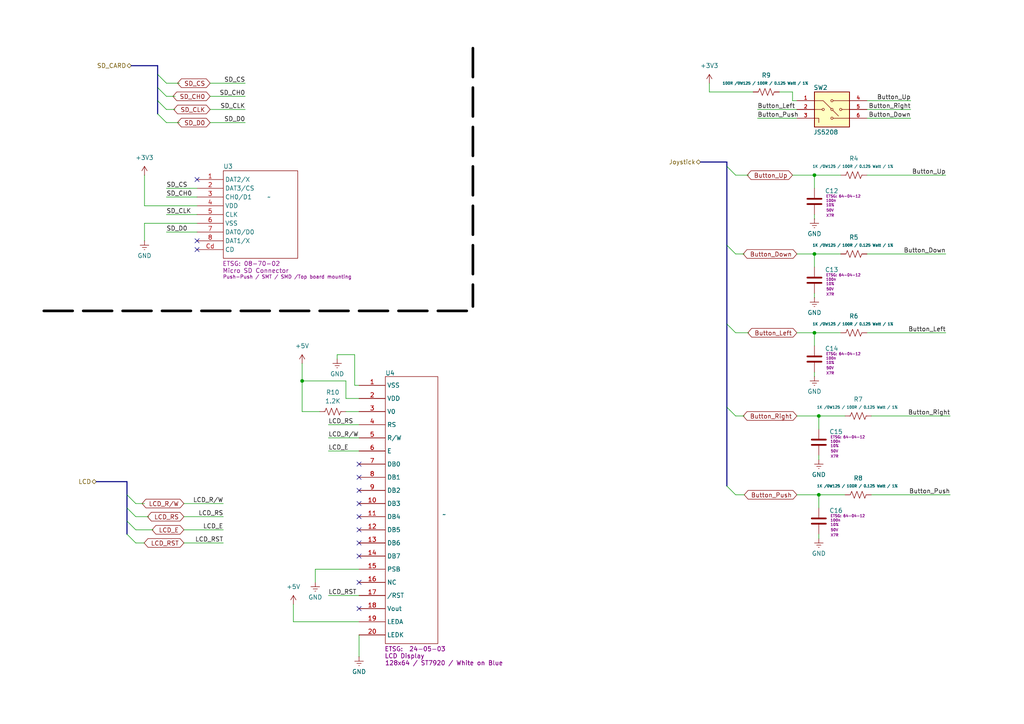
<source format=kicad_sch>
(kicad_sch (version 20250114) (generator "eeschema") (generator_version "9.0")
  (paper "A4")
  (lib_symbols
    (symbol "Device:C" (pin_numbers (hide yes)) (pin_names (offset 0.254))
      (property "Reference" "C" (at 0.635 2.54 0))
      (property "Value" "C" (at 0.635 -2.54 0))
      (symbol "C_0_1"
        (polyline (pts (xy -2.032 0.762) (xy 2.032 0.762)) (stroke (width 0.508)))
        (polyline (pts (xy -2.032 -0.762) (xy 2.032 -0.762)) (stroke (width 0.508)))
      )
      (symbol "C_1_1"
        (pin passive line (at 0 3.81 270) (length 2.794) (name "~") (number "1"))
        (pin passive line (at 0 -3.81 90) (length 2.794) (name "~") (number "2"))
      )
    )
    (symbol "Device:R_US" (pin_numbers (hide yes)) (pin_names (offset 0))
      (property "Reference" "R" (at 2.54 0 90))
      (property "Value" "R_US" (at -2.54 0 90))
      (symbol "R_US_0_1"
        (polyline (pts (xy 0 2.286) (xy 0 2.54)))
        (polyline (pts (xy 0 2.286) (xy 1.016 1.905) (xy 0 1.524) (xy -1.016 1.143) (xy 0 0.762)))
        (polyline (pts (xy 0 0.762) (xy 1.016 0.381) (xy 0 0) (xy -1.016 -0.381) (xy 0 -0.762)))
        (polyline (pts (xy 0 -0.762) (xy 1.016 -1.143) (xy 0 -1.524) (xy -1.016 -1.905) (xy 0 -2.286)))
        (polyline (pts (xy 0 -2.286) (xy 0 -2.54)))
      )
      (symbol "R_US_1_1"
        (pin passive line (at 0 3.81 270) (length 1.27) (name "~") (number "1"))
        (pin passive line (at 0 -3.81 90) (length 1.27) (name "~") (number "2"))
      )
    )
    (symbol "Earr_loggy_sym_lib:ERM12864-6"
      (property "Reference" "U4" (at 13.97 -9.144 0))
      (property "Value" "~" (at 30.48 -50.165 0))
      (property "Description" "LCD Display" (at 19.558 -91.186 0))
      (property "Field6" "ETSG:  24-05-03" (at 22.606 -89.154 0))
      (property "Field5" "128x64 / ST7920 / White on Blue" (at 30.988 -93.218 0))
      (symbol "ERM12864-6_0_1"
        (rectangle (start 13.97 -10.16) (end 29.21 -87.63))
      )
      (symbol "ERM12864-6_1_1"
        (pin power_in line (at 6.35 -12.7 0) (length 7.62) (name "VSS") (number "1"))
        (pin passive line (at 6.35 -16.51 0) (length 7.62) (name "VDD") (number "2"))
        (pin power_in line (at 6.35 -20.32 0) (length 7.62) (name "V0") (number "3"))
        (pin passive line (at 6.35 -24.13 0) (length 7.62) (name "RS") (number "4"))
        (pin passive line (at 6.35 -27.94 0) (length 7.62) (name "R/W") (number "5"))
        (pin passive line (at 6.35 -31.75 0) (length 7.62) (name "E") (number "6"))
        (pin passive line (at 6.35 -35.56 0) (length 7.62) (name "DB0") (number "7"))
        (pin passive line (at 6.35 -39.37 0) (length 7.62) (name "DB1") (number "8"))
        (pin passive line (at 6.35 -43.18 0) (length 7.62) (name "DB2") (number "9"))
        (pin passive line (at 6.35 -46.99 0) (length 7.62) (name "DB3") (number "10"))
        (pin passive line (at 6.35 -50.8 0) (length 7.62) (name "DB4") (number "11"))
        (pin passive line (at 6.35 -54.61 0) (length 7.62) (name "DB5") (number "12"))
        (pin passive line (at 6.35 -58.42 0) (length 7.62) (name "DB6") (number "13"))
        (pin passive line (at 6.35 -62.23 0) (length 7.62) (name "DB7") (number "14"))
        (pin passive line (at 6.35 -66.04 0) (length 7.62) (name "PSB") (number "15"))
        (pin passive line (at 6.35 -69.85 0) (length 7.62) (name "NC") (number "16"))
        (pin passive line (at 6.35 -73.66 0) (length 7.62) (name "/RST") (number "17"))
        (pin passive line (at 6.35 -77.47 0) (length 7.62) (name "Vout") (number "18"))
        (pin passive line (at 6.35 -81.28 0) (length 7.62) (name "LEDA") (number "19"))
        (pin passive line (at 6.35 -85.09 0) (length 7.62) (name "LEDK") (number "20"))
      )
    )
    (symbol "Earr_loggy_sym_lib:JS5208" (pin_names (offset 1.016))
      (property "Reference" "S" (at -5.08 6.35 0))
      (property "Value" "JS5208" (at -5.08 -7.62 0))
      (symbol "JS5208_0_0"
        (polyline (pts (xy -5.08 2.54) (xy -2.54 2.54)) (stroke (width 0.1524)))
        (polyline (pts (xy -5.08 0) (xy -2.921 0)) (stroke (width 0.1524)))
        (polyline (pts (xy -5.08 -2.54) (xy -3.81 -2.54)) (stroke (width 0.1524)))
        (rectangle (start -5.08 -5.08) (end 5.08 5.08) (stroke (width 0.254)) (fill (type background)))
        (polyline (pts (xy -3.81 -2.54) (xy -3.81 -3.81)) (stroke (width 0.1524)))
        (polyline (pts (xy -2.54 2.54) (xy -0.254 0.254)) (stroke (width 0.1524)))
        (circle (center -2.54 0) (radius 0.3302) (stroke (width 0.1524)))
        (circle (center 0 2.54) (radius 0.3302) (stroke (width 0.1524)))
        (circle (center 0 0) (radius 0.3302) (stroke (width 0.1524)))
        (circle (center 0 -2.54) (radius 0.3302) (stroke (width 0.1524)))
        (polyline (pts (xy 0.254 -0.254) (xy 1.905 -1.905)) (stroke (width 0.1524)))
        (polyline (pts (xy 0.381 2.54) (xy 5.08 2.54)) (stroke (width 0.1524)))
        (polyline (pts (xy 0.381 -2.54) (xy 5.08 -2.54)) (stroke (width 0.1524)))
        (circle (center 2.54 0) (radius 0.3302) (stroke (width 0.1524)))
        (polyline (pts (xy 2.921 0) (xy 5.08 0)) (stroke (width 0.1524)))
        (pin passive line (at -10.16 2.54 0) (length 5.08) (name "~") (number "1"))
        (pin passive line (at -10.16 0 0) (length 5.08) (name "~") (number "2"))
        (pin passive line (at -10.16 -2.54 0) (length 5.08) (name "~") (number "3"))
        (pin passive line (at 10.16 2.54 180) (length 5.08) (name "~") (number "4"))
        (pin passive line (at 10.16 0 180) (length 5.08) (name "~") (number "5"))
        (pin passive line (at 10.16 -2.54 180) (length 5.08) (name "~") (number "6"))
      )
    )
    (symbol "Earr_loggy_sym_lib:SD_CARD"
      (property "Reference" "U3" (at 15.24 -5.08 0))
      (property "Value" "~" (at 27.94 -13.97 0))
      (property "Description" "ETSG: 08-70-02" (at 23.368 -33.274 0))
      (property "Field 5" "Micro SD Connector" (at 24.638 -35.306 0))
      (property "Field6" "Push-Push / SMT / SMD /Top board mounting" (at 33.782 -37.084 0))
      (symbol "SD_CARD_0_1"
        (rectangle (start 15.24 -6.35) (end 36.83 -31.75))
      )
      (symbol "SD_CARD_1_1"
        (pin passive line (at 7.62 -8.89 0) (length 7.62) (name "DAT2/X") (number "1"))
        (pin passive line (at 7.62 -11.43 0) (length 7.62) (name "DAT3/CS") (number "2"))
        (pin passive line (at 7.62 -13.97 0) (length 7.62) (name "CH0/D1") (number "3"))
        (pin passive line (at 7.62 -16.51 0) (length 7.62) (name "VDD") (number "4"))
        (pin passive line (at 7.62 -19.05 0) (length 7.62) (name "CLK") (number "5"))
        (pin passive line (at 7.62 -21.59 0) (length 7.62) (name "VSS") (number "6"))
        (pin passive line (at 7.62 -24.13 0) (length 7.62) (name "DAT0/D0") (number "7"))
        (pin passive line (at 7.62 -26.67 0) (length 7.62) (name "DAT1/X") (number "8"))
        (pin passive line (at 7.62 -29.21 0) (length 7.62) (name "CD") (number "Cd"))
      )
    )
    (symbol "power:+3V3" (power) (pin_numbers (hide yes)) (pin_names (offset 0) (hide yes))
      (property "Value" "+3V3" (at 0 3.556 0))
      (symbol "+3V3_0_1"
        (polyline (pts (xy -0.762 1.27) (xy 0 2.54)))
        (polyline (pts (xy 0 2.54) (xy 0.762 1.27)))
        (polyline (pts (xy 0 0) (xy 0 2.54)))
      )
      (symbol "+3V3_1_1"
        (pin power_in line (at 0 0 90) (length 0) (name "~") (number "1"))
      )
    )
    (symbol "power:+5V" (power) (pin_numbers (hide yes)) (pin_names (offset 0) (hide yes))
      (property "Value" "+5V" (at 0 3.556 0))
      (symbol "+5V_0_1"
        (polyline (pts (xy -0.762 1.27) (xy 0 2.54)))
        (polyline (pts (xy 0 2.54) (xy 0.762 1.27)))
        (polyline (pts (xy 0 0) (xy 0 2.54)))
      )
      (symbol "+5V_1_1"
        (pin power_in line (at 0 0 90) (length 0) (name "~") (number "1"))
      )
    )
    (symbol "power:Earth" (power) (pin_numbers (hide yes)) (pin_names (offset 0) (hide yes))
      (property "Value" "Earth" (at 0 -3.81 0))
      (symbol "Earth_0_1"
        (polyline (pts (xy -0.635 -1.905) (xy 0.635 -1.905)))
        (polyline (pts (xy -0.127 -2.54) (xy 0.127 -2.54)))
        (polyline (pts (xy 0 -1.27) (xy 0 0)))
        (polyline (pts (xy 1.27 -1.27) (xy -1.27 -1.27)))
      )
      (symbol "Earth_1_1"
        (pin power_in line (at 0 0 270) (length 0) (name "~") (number "1"))
      )
    )
  )
  (junction (at 236.22 50.8))
  (junction (at 237.49 120.65))
  (junction (at 236.22 73.66))
  (junction (at 236.22 96.52))
  (junction (at 87.63 110.49))
  (junction (at 237.49 143.51))
  (no_connect (at 57.15 69.85))
  (no_connect (at 104.14 134.62))
  (no_connect (at 104.14 176.53))
  (no_connect (at 57.15 52.07))
  (no_connect (at 104.14 153.67))
  (no_connect (at 104.14 138.43))
  (no_connect (at 104.14 168.91))
  (no_connect (at 104.14 157.48))
  (no_connect (at 104.14 142.24))
  (no_connect (at 104.14 149.86))
  (no_connect (at 104.14 161.29))
  (no_connect (at 57.15 72.39))
  (no_connect (at 104.14 146.05))
  (bus_entry (at 210.82 140.97) (size 2.54 2.54))
  (bus_entry (at 36.83 143.51) (size 2.54 2.54))
  (bus_entry (at 210.82 118.11) (size 2.54 2.54))
  (bus_entry (at 45.72 25.4) (size 2.54 2.54))
  (bus_entry (at 36.83 151.13) (size 2.54 2.54))
  (bus_entry (at 210.82 48.26) (size 2.54 2.54))
  (bus_entry (at 36.83 154.94) (size 2.54 2.54))
  (bus_entry (at 45.72 29.21) (size 2.54 2.54))
  (bus_entry (at 210.82 93.98) (size 2.54 2.54))
  (bus_entry (at 45.72 21.59) (size 2.54 2.54))
  (bus_entry (at 45.72 33.02) (size 2.54 2.54))
  (bus_entry (at 210.82 71.12) (size 2.54 2.54))
  (bus_entry (at 36.83 147.32) (size 2.54 2.54))
  (wire (pts (xy 87.63 105.41) (xy 87.63 110.49)))
  (bus (pts (xy 210.82 71.12) (xy 210.82 93.98)))
  (wire (pts (xy 251.46 31.75) (xy 264.16 31.75)))
  (wire (pts (xy 219.71 34.29) (xy 231.14 34.29)))
  (bus (pts (xy 210.82 71.12) (xy 210.82 48.26)))
  (wire (pts (xy 231.14 120.65) (xy 237.49 120.65)))
  (wire (pts (xy 236.22 73.66) (xy 243.84 73.66)))
  (bus (pts (xy 210.82 140.97) (xy 210.82 118.11)))
  (wire (pts (xy 53.34 153.67) (xy 64.77 153.67)))
  (wire (pts (xy 229.87 29.21) (xy 231.14 29.21)))
  (wire (pts (xy 237.49 120.65) (xy 237.49 124.46)))
  (bus (pts (xy 36.83 154.94) (xy 36.83 151.13)))
  (wire (pts (xy 48.26 62.23) (xy 57.15 62.23)))
  (wire (pts (xy 97.79 102.87) (xy 97.79 104.14)))
  (wire (pts (xy 213.36 50.8) (xy 217.17 50.8)))
  (bus (pts (xy 210.82 46.99) (xy 203.2 46.99)))
  (bus (pts (xy 210.82 93.98) (xy 210.82 118.11)))
  (wire (pts (xy 95.25 172.72) (xy 104.14 172.72)))
  (wire (pts (xy 251.46 96.52) (xy 274.32 96.52)))
  (wire (pts (xy 39.37 149.86) (xy 43.18 149.86)))
  (wire (pts (xy 226.06 26.67) (xy 229.87 26.67)))
  (polyline (pts (xy 137.16 13.97) (xy 137.16 88.9)) (stroke (width 0.762) (type dash) (color 0 0 0 1)))
  (wire (pts (xy 252.73 143.51) (xy 275.59 143.51)))
  (wire (pts (xy 95.25 123.19) (xy 104.14 123.19)))
  (wire (pts (xy 48.26 27.94) (xy 50.8 27.94)))
  (wire (pts (xy 87.63 110.49) (xy 100.33 110.49)))
  (wire (pts (xy 57.15 59.69) (xy 41.91 59.69)))
  (wire (pts (xy 252.73 120.65) (xy 275.59 120.65)))
  (bus (pts (xy 210.82 48.26) (xy 210.82 46.99)))
  (wire (pts (xy 39.37 153.67) (xy 44.45 153.67)))
  (wire (pts (xy 39.37 157.48) (xy 41.91 157.48)))
  (wire (pts (xy 64.77 149.86) (xy 53.34 149.86)))
  (wire (pts (xy 231.14 96.52) (xy 236.22 96.52)))
  (wire (pts (xy 87.63 119.38) (xy 92.71 119.38)))
  (bus (pts (xy 36.83 151.13) (xy 36.83 147.32)))
  (wire (pts (xy 237.49 120.65) (xy 245.11 120.65)))
  (wire (pts (xy 251.46 50.8) (xy 274.32 50.8)))
  (wire (pts (xy 237.49 143.51) (xy 245.11 143.51)))
  (wire (pts (xy 205.74 24.13) (xy 205.74 26.67)))
  (wire (pts (xy 100.33 115.57) (xy 104.14 115.57)))
  (wire (pts (xy 95.25 127) (xy 104.14 127)))
  (wire (pts (xy 48.26 67.31) (xy 57.15 67.31)))
  (wire (pts (xy 236.22 50.8) (xy 243.84 50.8)))
  (bus (pts (xy 45.72 29.21) (xy 45.72 25.4)))
  (wire (pts (xy 85.09 180.34) (xy 104.14 180.34)))
  (wire (pts (xy 104.14 184.15) (xy 104.14 190.5)))
  (wire (pts (xy 95.25 130.81) (xy 104.14 130.81)))
  (wire (pts (xy 85.09 175.26) (xy 85.09 180.34)))
  (wire (pts (xy 53.34 157.48) (xy 64.77 157.48)))
  (wire (pts (xy 213.36 143.51) (xy 215.9 143.51)))
  (wire (pts (xy 251.46 34.29) (xy 264.16 34.29)))
  (wire (pts (xy 236.22 85.09) (xy 236.22 86.36)))
  (wire (pts (xy 71.12 24.13) (xy 60.96 24.13)))
  (wire (pts (xy 237.49 143.51) (xy 237.49 147.32)))
  (wire (pts (xy 229.87 50.8) (xy 236.22 50.8)))
  (wire (pts (xy 251.46 29.21) (xy 264.16 29.21)))
  (wire (pts (xy 231.14 143.51) (xy 237.49 143.51)))
  (bus (pts (xy 45.72 33.02) (xy 45.72 29.21)))
  (wire (pts (xy 236.22 62.23) (xy 236.22 63.5)))
  (wire (pts (xy 48.26 57.15) (xy 57.15 57.15)))
  (bus (pts (xy 45.72 19.05) (xy 38.1 19.05)))
  (wire (pts (xy 236.22 73.66) (xy 236.22 77.47)))
  (wire (pts (xy 48.26 31.75) (xy 50.8 31.75)))
  (wire (pts (xy 213.36 96.52) (xy 217.17 96.52)))
  (bus (pts (xy 36.83 139.7) (xy 27.94 139.7)))
  (wire (pts (xy 64.77 146.05) (xy 53.34 146.05)))
  (wire (pts (xy 100.33 119.38) (xy 104.14 119.38)))
  (wire (pts (xy 71.12 31.75) (xy 60.96 31.75)))
  (wire (pts (xy 39.37 146.05) (xy 41.91 146.05)))
  (wire (pts (xy 104.14 165.1) (xy 91.44 165.1)))
  (wire (pts (xy 91.44 165.1) (xy 91.44 168.91)))
  (bus (pts (xy 36.83 147.32) (xy 36.83 143.51)))
  (wire (pts (xy 102.87 102.87) (xy 102.87 111.76)))
  (wire (pts (xy 48.26 35.56) (xy 52.07 35.56)))
  (wire (pts (xy 57.15 64.77) (xy 41.91 64.77)))
  (wire (pts (xy 231.14 73.66) (xy 236.22 73.66)))
  (wire (pts (xy 251.46 73.66) (xy 274.32 73.66)))
  (bus (pts (xy 36.83 143.51) (xy 36.83 139.7)))
  (wire (pts (xy 97.79 102.87) (xy 102.87 102.87)))
  (wire (pts (xy 102.87 111.76) (xy 104.14 111.76)))
  (wire (pts (xy 237.49 132.08) (xy 237.49 133.35)))
  (wire (pts (xy 229.87 26.67) (xy 229.87 29.21)))
  (wire (pts (xy 213.36 73.66) (xy 215.9 73.66)))
  (wire (pts (xy 100.33 110.49) (xy 100.33 115.57)))
  (wire (pts (xy 205.74 26.67) (xy 218.44 26.67)))
  (wire (pts (xy 236.22 96.52) (xy 236.22 100.33)))
  (wire (pts (xy 71.12 27.94) (xy 60.96 27.94)))
  (bus (pts (xy 45.72 25.4) (xy 45.72 21.59)))
  (wire (pts (xy 41.91 64.77) (xy 41.91 69.85)))
  (polyline (pts (xy 12.7 90.17) (xy 137.16 90.17)) (stroke (width 0.762) (type dash) (color 0 0 0 1)))
  (wire (pts (xy 236.22 96.52) (xy 243.84 96.52)))
  (wire (pts (xy 213.36 120.65) (xy 215.9 120.65)))
  (wire (pts (xy 219.71 31.75) (xy 231.14 31.75)))
  (bus (pts (xy 45.72 21.59) (xy 45.72 19.05)))
  (wire (pts (xy 41.91 59.69) (xy 41.91 50.8)))
  (wire (pts (xy 237.49 154.94) (xy 237.49 156.21)))
  (wire (pts (xy 236.22 50.8) (xy 236.22 54.61)))
  (wire (pts (xy 71.12 35.56) (xy 60.96 35.56)))
  (wire (pts (xy 48.26 54.61) (xy 57.15 54.61)))
  (wire (pts (xy 48.26 24.13) (xy 52.07 24.13)))
  (wire (pts (xy 236.22 107.95) (xy 236.22 109.22)))
  (wire (pts (xy 87.63 110.49) (xy 87.63 119.38)))
  (label "LCD_R{slash}W" (at 95.25 127 0))
  (label "LCD_E" (at 64.77 153.67 180))
  (label "LCD_RST" (at 64.77 157.48 180))
  (label "Button_Down" (at 274.32 73.66 180))
  (label "SD_CH0" (at 71.12 27.94 180))
  (label "Button_Push" (at 275.59 143.51 180))
  (label "Button_Right" (at 264.16 31.75 180))
  (label "LCD_RS" (at 64.77 149.86 180))
  (label "SD_CLK" (at 71.12 31.75 180))
  (label "Button_Right" (at 275.59 120.65 180))
  (label "LCD_RST" (at 95.25 172.72 0))
  (label "Button_Down" (at 264.16 34.29 180))
  (label "LCD_R{slash}W" (at 64.77 146.05 180))
  (label "SD_CH0" (at 48.26 57.15 0))
  (label "SD_CS" (at 71.12 24.13 180))
  (label "Button_Up" (at 264.16 29.21 180))
  (label "LCD_E" (at 95.25 130.81 0))
  (label "SD_CLK" (at 48.26 62.23 0))
  (label "SD_CS" (at 48.26 54.61 0))
  (label "Button_Left" (at 219.71 31.75 0))
  (label "SD_D0" (at 71.12 35.56 180))
  (label "LCD_RS" (at 95.25 123.19 0))
  (label "Button_Up" (at 274.32 50.8 180))
  (label "Button_Push" (at 219.71 34.29 0))
  (label "Button_Left" (at 274.32 96.52 180))
  (label "SD_D0" (at 48.26 67.31 0))
  (global_label "LCD_E" (shape bidirectional) (at 53.34 153.67 180) (property "Intersheetrefs" "${INTERSHEET_REFS}" (effects (hide yes))))
  (global_label "Button_Push" (shape bidirectional) (at 231.14 143.51 180) (property "Intersheetrefs" "${INTERSHEET_REFS}" (effects (hide yes))))
  (global_label "Button_Up" (shape bidirectional) (at 229.87 50.8 180) (property "Intersheetrefs" "${INTERSHEET_REFS}" (effects (hide yes))))
  (global_label "LCD_RST" (shape bidirectional) (at 53.34 157.48 180) (property "Intersheetrefs" "${INTERSHEET_REFS}" (effects (hide yes))))
  (global_label "LCD_R{slash}W" (shape bidirectional) (at 53.34 146.05 180) (property "Intersheetrefs" "${INTERSHEET_REFS}" (effects (hide yes))))
  (global_label "SD_CS" (shape bidirectional) (at 60.96 24.13 180) (property "Intersheetrefs" "${INTERSHEET_REFS}" (effects (hide yes))))
  (global_label "Button_Left" (shape bidirectional) (at 231.14 96.52 180) (property "Intersheetrefs" "${INTERSHEET_REFS}" (effects (hide yes))))
  (global_label "SD_CH0" (shape bidirectional) (at 60.96 27.94 180) (property "Intersheetrefs" "${INTERSHEET_REFS}" (effects (hide yes))))
  (global_label "SD_CLK" (shape bidirectional) (at 60.96 31.75 180) (property "Intersheetrefs" "${INTERSHEET_REFS}" (effects (hide yes))))
  (global_label "Button_Down" (shape bidirectional) (at 231.14 73.66 180) (property "Intersheetrefs" "${INTERSHEET_REFS}" (effects (hide yes))))
  (global_label "Button_Right" (shape bidirectional) (at 231.14 120.65 180) (property "Intersheetrefs" "${INTERSHEET_REFS}" (effects (hide yes))))
  (global_label "LCD_RS" (shape bidirectional) (at 53.34 149.86 180) (property "Intersheetrefs" "${INTERSHEET_REFS}" (effects (hide yes))))
  (global_label "SD_D0" (shape bidirectional) (at 60.96 35.56 180) (property "Intersheetrefs" "${INTERSHEET_REFS}" (effects (hide yes))))
  (hierarchical_label "Joystick" (shape bidirectional) (at 203.2 46.99 180))
  (hierarchical_label "LCD" (shape bidirectional) (at 27.94 139.7 180))
  (hierarchical_label "SD_CARD" (shape bidirectional) (at 38.1 19.05 180))
  (symbol (lib_id "power:+5V") (at 85.09 175.26 0) (unit 1)
    (property "Reference" "#PWR019" (effects (hide yes)))
    (property "Value" "+5V" (at 85.09 170.18 0))
    (property "Description" "Power symbol creates a global label with name \"+5V\"" (effects (hide yes)))
  )
  (symbol (lib_id "Device:R_US") (at 248.92 143.51 270) (unit 1)
    (property "Reference" "R8" (at 248.92 138.684 90))
    (property "Value" "1K /0W125 / 100R / 0.125 Watt / 1%" (at 248.666 140.97 90) (effects (font (size 0.762 0.762))))
    (property "Footprint" "Resistor_THT:R_Axial_DIN0207_L6.3mm_D2.5mm_P10.16mm_Horizontal" (effects (hide yes)))
    (property "Description" "Resistor, US symbol" (effects (hide yes)))
  )
  (symbol (lib_id "Device:R_US") (at 247.65 73.66 270) (unit 1)
    (property "Reference" "R5" (at 247.65 68.834 90))
    (property "Value" "1K /0W125 / 100R / 0.125 Watt / 1%" (at 247.396 71.12 90) (effects (font (size 0.762 0.762))))
    (property "Footprint" "Resistor_THT:R_Axial_DIN0207_L6.3mm_D2.5mm_P10.16mm_Horizontal" (effects (hide yes)))
    (property "Description" "Resistor, US symbol" (effects (hide yes)))
  )
  (symbol (lib_id "power:Earth") (at 236.22 63.5 0) (unit 1)
    (property "Reference" "#PWR025" (effects (hide yes)))
    (property "Value" "GND" (at 236.22 67.818 0))
    (property "Description" "Power symbol creates a global label with name \"Earth\"" (effects (hide yes)))
  )
  (symbol (lib_id "Device:R_US") (at 247.65 50.8 270) (unit 1)
    (property "Reference" "R4" (at 247.65 45.974 90))
    (property "Value" "1K /0W125 / 100R / 0.125 Watt / 1%" (at 247.396 48.26 90) (effects (font (size 0.762 0.762))))
    (property "Footprint" "Resistor_THT:R_Axial_DIN0207_L6.3mm_D2.5mm_P10.16mm_Horizontal" (effects (hide yes)))
    (property "Description" "Resistor, US symbol" (effects (hide yes)))
  )
  (symbol (lib_id "Earr_loggy_sym_lib:SD_CARD") (at 49.53 43.18 0) (unit 1)
    (property "Reference" "U3" (at 64.77 48.26 0) (effects (justify left)))
    (property "Value" "~" (at 77.47 57.15 0) (effects (justify left)))
    (property "Footprint" "kicad_footprint-library-engg3800-alvin:SD_Card" (effects (hide yes)))
    (property "Description" "ETSG: 08-70-02" (at 72.898 76.454 0))
    (property "Field 5" "Micro SD Connector" (at 74.168 78.486 0))
    (property "Field6" "Push-Push / SMT / SMD /Top board mounting" (at 83.312 80.264 0) (effects (font (size 1.016 1.016))))
  )
  (symbol (lib_id "Device:R_US") (at 222.25 26.67 270) (unit 1)
    (property "Reference" "R9" (at 222.25 21.844 90))
    (property "Value" "100R /0W125 / 100R / 0.125 Watt / 1%" (at 221.996 24.13 90) (effects (font (size 0.762 0.762))))
    (property "Footprint" "Resistor_THT:R_Axial_DIN0207_L6.3mm_D2.5mm_P10.16mm_Horizontal" (effects (hide yes)))
    (property "Description" "Resistor, US symbol" (effects (hide yes)))
  )
  (symbol (lib_id "power:Earth") (at 97.79 104.14 0) (unit 1)
    (property "Reference" "#PWR016" (effects (hide yes)))
    (property "Value" "GND" (at 97.79 108.458 0))
    (property "Description" "Power symbol creates a global label with name \"Earth\"" (effects (hide yes)))
  )
  (symbol (lib_id "power:Earth") (at 236.22 109.22 0) (unit 1)
    (property "Reference" "#PWR030" (effects (hide yes)))
    (property "Value" "GND" (at 236.22 113.538 0))
    (property "Description" "Power symbol creates a global label with name \"Earth\"" (effects (hide yes)))
  )
  (symbol (lib_id "power:+5V") (at 87.63 105.41 0) (unit 1)
    (property "Reference" "#PWR03" (effects (hide yes)))
    (property "Value" "+5V" (at 87.63 100.33 0))
    (property "Description" "Power symbol creates a global label with name \"+5V\"" (effects (hide yes)))
  )
  (symbol (lib_id "power:Earth") (at 91.44 168.91 0) (unit 1)
    (property "Reference" "#PWR020" (effects (hide yes)))
    (property "Value" "GND" (at 91.44 173.228 0))
    (property "Description" "Power symbol creates a global label with name \"Earth\"" (effects (hide yes)))
  )
  (symbol (lib_id "Device:R_US") (at 96.52 119.38 90) (unit 1)
    (property "Reference" "R10" (at 96.52 113.792 90))
    (property "Value" "1.2K" (at 96.52 116.332 90))
    (property "Footprint" "Resistor_THT:R_Axial_DIN0207_L6.3mm_D2.5mm_P10.16mm_Horizontal" (effects (hide yes)))
    (property "Description" "Resistor, US symbol" (effects (hide yes)))
  )
  (symbol (lib_id "power:Earth") (at 236.22 86.36 0) (unit 1)
    (property "Reference" "#PWR029" (effects (hide yes)))
    (property "Value" "GND" (at 236.22 90.678 0))
    (property "Description" "Power symbol creates a global label with name \"Earth\"" (effects (hide yes)))
  )
  (symbol (lib_id "Device:R_US") (at 247.65 96.52 270) (unit 1)
    (property "Reference" "R6" (at 247.65 91.694 90))
    (property "Value" "1K /0W125 / 100R / 0.125 Watt / 1%" (at 247.396 93.98 90) (effects (font (size 0.762 0.762))))
    (property "Footprint" "Resistor_THT:R_Axial_DIN0207_L6.3mm_D2.5mm_P10.16mm_Horizontal" (effects (hide yes)))
    (property "Description" "Resistor, US symbol" (effects (hide yes)))
  )
  (symbol (lib_id "Device:C") (at 236.22 58.42 0) (unit 1)
    (property "Reference" "C12" (at 239.268 55.372 0) (effects (justify left)))
    (property "Value" "100n" (effects (hide yes)))
    (property "Footprint" "Capacitor_SMD:C_0805_2012Metric_Pad1.18x1.45mm_HandSolder" (effects (hide yes)))
    (property "Description" "ETSG: 64-04-12" (at 244.602 56.896 0) (effects (font (size 0.762 0.762))))
    (property "Field5" "100n" (at 241.046 58.166 0) (effects (font (size 0.762 0.762))))
    (property "Field6" "10%" (at 240.792 59.436 0) (effects (font (size 0.762 0.762))))
    (property "Field7" "50V " (at 241.046 60.96 0) (effects (font (size 0.762 0.762))))
    (property "Field8" "X7R" (at 240.792 62.484 0) (effects (font (size 0.762 0.762))))
  )
  (symbol (lib_id "Earr_loggy_sym_lib:JS5208") (at 241.3 31.75 0) (unit 1)
    (property "Reference" "SW2" (at 237.998 25.4 0))
    (property "Value" "JS5208" (at 239.522 38.354 0))
    (property "Footprint" "kicad_footprint-library-engg3800-alvin:SW_JS5208" (effects (hide yes)))
    (property "PARTREV" "D" (effects (hide yes)))
    (property "MANUFACTURER" "E-Switch" (effects (hide yes)))
    (property "MAXIMUM_PACKAGE_HEIGHT" "12.6 mm" (effects (hide yes)))
    (property "STANDARD" "Manufacturer Recommendations" (effects (hide yes)))
  )
  (symbol (lib_id "Device:C") (at 236.22 81.28 0) (unit 1)
    (property "Reference" "C13" (at 239.268 78.232 0) (effects (justify left)))
    (property "Value" "100n" (effects (hide yes)))
    (property "Footprint" "Capacitor_SMD:C_0805_2012Metric_Pad1.18x1.45mm_HandSolder" (effects (hide yes)))
    (property "Description" "ETSG: 64-04-12" (at 244.602 79.756 0) (effects (font (size 0.762 0.762))))
    (property "Field5" "100n" (at 241.046 81.026 0) (effects (font (size 0.762 0.762))))
    (property "Field6" "10%" (at 240.792 82.296 0) (effects (font (size 0.762 0.762))))
    (property "Field7" "50V " (at 241.046 83.82 0) (effects (font (size 0.762 0.762))))
    (property "Field8" "X7R" (at 240.792 85.344 0) (effects (font (size 0.762 0.762))))
  )
  (symbol (lib_id "Device:C") (at 237.49 151.13 0) (unit 1)
    (property "Reference" "C16" (at 240.538 148.082 0) (effects (justify left)))
    (property "Value" "100n" (effects (hide yes)))
    (property "Footprint" "Capacitor_SMD:C_0805_2012Metric_Pad1.18x1.45mm_HandSolder" (effects (hide yes)))
    (property "Description" "ETSG: 64-04-12" (at 245.872 149.606 0) (effects (font (size 0.762 0.762))))
    (property "Field5" "100n" (at 242.316 150.876 0) (effects (font (size 0.762 0.762))))
    (property "Field6" "10%" (at 242.062 152.146 0) (effects (font (size 0.762 0.762))))
    (property "Field7" "50V " (at 242.316 153.67 0) (effects (font (size 0.762 0.762))))
    (property "Field8" "X7R" (at 242.062 155.194 0) (effects (font (size 0.762 0.762))))
  )
  (symbol (lib_id "power:Earth") (at 237.49 133.35 0) (unit 1)
    (property "Reference" "#PWR042" (effects (hide yes)))
    (property "Value" "GND" (at 237.49 137.668 0))
    (property "Description" "Power symbol creates a global label with name \"Earth\"" (effects (hide yes)))
  )
  (symbol (lib_id "power:Earth") (at 104.14 190.5 0) (unit 1)
    (property "Reference" "#PWR08" (effects (hide yes)))
    (property "Value" "GND" (at 104.14 194.818 0))
    (property "Description" "Power symbol creates a global label with name \"Earth\"" (effects (hide yes)))
  )
  (symbol (lib_id "power:+3V3") (at 41.91 50.8 0) (unit 1)
    (property "Reference" "#PWR021" (effects (hide yes)))
    (property "Value" "+3V3" (at 41.91 45.72 0))
    (property "Description" "Power symbol creates a global label with name \"+3V3\"" (effects (hide yes)))
  )
  (symbol (lib_id "power:Earth") (at 237.49 156.21 0) (unit 1)
    (property "Reference" "#PWR043" (effects (hide yes)))
    (property "Value" "GND" (at 237.49 160.528 0))
    (property "Description" "Power symbol creates a global label with name \"Earth\"" (effects (hide yes)))
  )
  (symbol (lib_id "Device:C") (at 236.22 104.14 0) (unit 1)
    (property "Reference" "C14" (at 239.268 101.092 0) (effects (justify left)))
    (property "Value" "100n" (effects (hide yes)))
    (property "Footprint" "Capacitor_SMD:C_0805_2012Metric_Pad1.18x1.45mm_HandSolder" (effects (hide yes)))
    (property "Description" "ETSG: 64-04-12" (at 244.602 102.616 0) (effects (font (size 0.762 0.762))))
    (property "Field5" "100n" (at 241.046 103.886 0) (effects (font (size 0.762 0.762))))
    (property "Field6" "10%" (at 240.792 105.156 0) (effects (font (size 0.762 0.762))))
    (property "Field7" "50V " (at 241.046 106.68 0) (effects (font (size 0.762 0.762))))
    (property "Field8" "X7R" (at 240.792 108.204 0) (effects (font (size 0.762 0.762))))
  )
  (symbol (lib_id "power:+3V3") (at 205.74 24.13 0) (unit 1)
    (property "Reference" "#PWR07" (effects (hide yes)))
    (property "Value" "+3V3" (at 205.74 19.05 0))
    (property "Description" "Power symbol creates a global label with name \"+3V3\"" (effects (hide yes)))
  )
  (symbol (lib_id "Earr_loggy_sym_lib:ERM12864-6") (at 97.79 99.06 0) (unit 1)
    (property "Reference" "U4" (at 111.76 108.204 0) (effects (justify left)))
    (property "Value" "~" (at 128.27 149.225 0) (effects (justify left)))
    (property "Footprint" "kicad_footprint-library-engg3800-alvin:LCD" (effects (hide yes)))
    (property "Description" "LCD Display" (at 117.348 190.246 0))
    (property "Field6" "ETSG:  24-05-03" (at 120.396 188.214 0))
    (property "Field5" "128x64 / ST7920 / White on Blue" (at 128.778 192.278 0))
  )
  (symbol (lib_id "Device:R_US") (at 248.92 120.65 270) (unit 1)
    (property "Reference" "R7" (at 248.92 115.824 90))
    (property "Value" "1K /0W125 / 100R / 0.125 Watt / 1%" (at 248.666 118.11 90) (effects (font (size 0.762 0.762))))
    (property "Footprint" "Resistor_THT:R_Axial_DIN0207_L6.3mm_D2.5mm_P10.16mm_Horizontal" (effects (hide yes)))
    (property "Description" "Resistor, US symbol" (effects (hide yes)))
  )
  (symbol (lib_id "Device:C") (at 237.49 128.27 0) (unit 1)
    (property "Reference" "C15" (at 240.538 125.222 0) (effects (justify left)))
    (property "Value" "100n" (effects (hide yes)))
    (property "Footprint" "Capacitor_SMD:C_0805_2012Metric_Pad1.18x1.45mm_HandSolder" (effects (hide yes)))
    (property "Description" "ETSG: 64-04-12" (at 245.872 126.746 0) (effects (font (size 0.762 0.762))))
    (property "Field5" "100n" (at 242.316 128.016 0) (effects (font (size 0.762 0.762))))
    (property "Field6" "10%" (at 242.062 129.286 0) (effects (font (size 0.762 0.762))))
    (property "Field7" "50V " (at 242.316 130.81 0) (effects (font (size 0.762 0.762))))
    (property "Field8" "X7R" (at 242.062 132.334 0) (effects (font (size 0.762 0.762))))
  )
  (symbol (lib_id "power:Earth") (at 41.91 69.85 0) (unit 1)
    (property "Reference" "#PWR022" (effects (hide yes)))
    (property "Value" "GND" (at 41.91 74.168 0))
    (property "Description" "Power symbol creates a global label with name \"Earth\"" (effects (hide yes)))
  )
)
</source>
